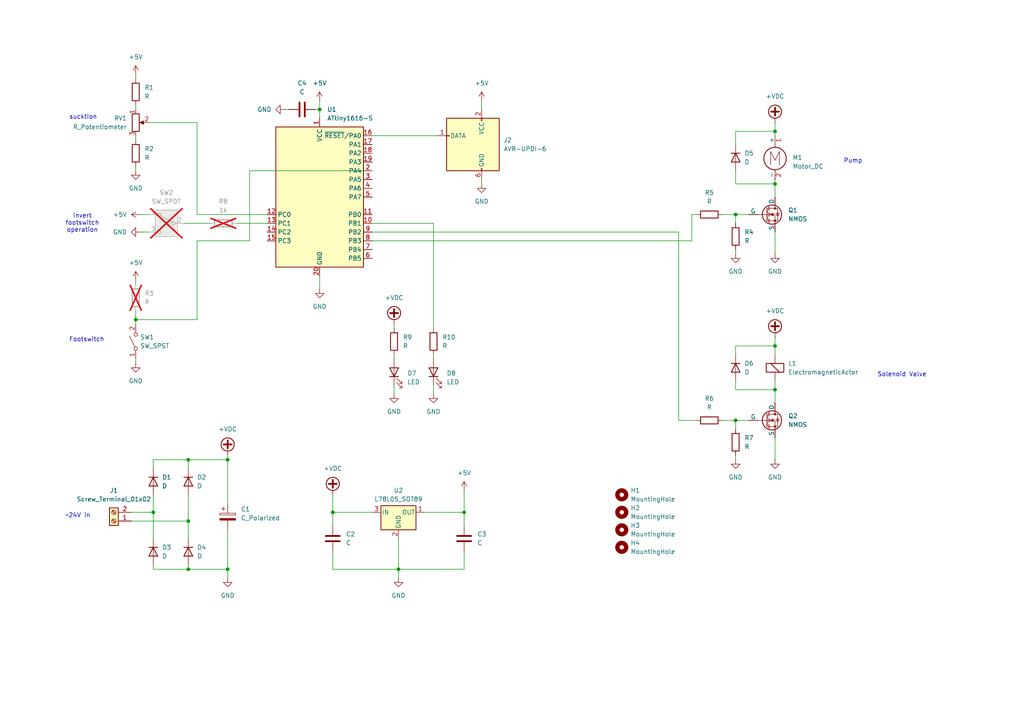
<source format=kicad_sch>
(kicad_sch (version 20250114) (generator "eeschema") (generator_version "9.0")
  (paper "A4")
  (lib_symbols
    (symbol "Connector:AVR-UPDI-6" (pin_names (offset 1.016))
      (property "Reference" "J" (at -6.35 8.89 0))
      (property "Value" "AVR-UPDI-6" (at 0 8.89 0))
      (symbol "AVR-UPDI-6_0_1"
        (rectangle (start -2.667 7.62) (end -2.413 6.858))
        (rectangle (start -2.667 -6.858) (end -2.413 -7.62))
        (rectangle (start 7.62 7.62) (end -7.62 -7.62) (stroke (width 0.254)) (fill (type background)))
        (rectangle (start 7.62 2.667) (end 6.858 2.413))
      )
      (symbol "AVR-UPDI-6_1_1"
        (pin passive line (at -2.54 10.16 270) (length 2.54) (name "VCC") (number "2"))
        (pin passive line (at -2.54 -10.16 90) (length 2.54) (name "GND") (number "6"))
        (pin no_connect line (at 7.62 0 180) (length 2.54) (hide yes) (name "NC") (number "3"))
        (pin no_connect line (at 7.62 -2.54 180) (length 2.54) (hide yes) (name "NC") (number "4"))
        (pin no_connect line (at 7.62 -5.08 180) (length 2.54) (hide yes) (name "NC") (number "5"))
        (pin passive line (at 10.16 2.54 180) (length 2.54) (name "DATA") (number "1"))
      )
    )
    (symbol "Connector:Screw_Terminal_01x02" (pin_names (offset 1.016) (hide yes))
      (property "Reference" "J" (at 0 2.54 0))
      (property "Value" "Screw_Terminal_01x02" (at 0 -5.08 0))
      (symbol "Screw_Terminal_01x02_1_1"
        (rectangle (start -1.27 1.27) (end 1.27 -3.81) (stroke (width 0.254)) (fill (type background)))
        (polyline (pts (xy -0.5334 0.3302) (xy 0.3302 -0.508)) (stroke (width 0.1524)))
        (polyline (pts (xy -0.5334 -2.2098) (xy 0.3302 -3.048)) (stroke (width 0.1524)))
        (polyline (pts (xy -0.3556 0.508) (xy 0.508 -0.3302)) (stroke (width 0.1524)))
        (polyline (pts (xy -0.3556 -2.032) (xy 0.508 -2.8702)) (stroke (width 0.1524)))
        (circle (center 0 0) (radius 0.635) (stroke (width 0.1524)))
        (circle (center 0 -2.54) (radius 0.635) (stroke (width 0.1524)))
        (pin passive line (at -5.08 0 0) (length 3.81) (name "Pin_1") (number "1"))
        (pin passive line (at -5.08 -2.54 0) (length 3.81) (name "Pin_2") (number "2"))
      )
    )
    (symbol "Device:C" (pin_numbers (hide yes)) (pin_names (offset 0.254))
      (property "Reference" "C" (at 0.635 2.54 0))
      (property "Value" "C" (at 0.635 -2.54 0))
      (symbol "C_0_1"
        (polyline (pts (xy -2.032 0.762) (xy 2.032 0.762)) (stroke (width 0.508)))
        (polyline (pts (xy -2.032 -0.762) (xy 2.032 -0.762)) (stroke (width 0.508)))
      )
      (symbol "C_1_1"
        (pin passive line (at 0 3.81 270) (length 2.794) (name "~") (number "1"))
        (pin passive line (at 0 -3.81 90) (length 2.794) (name "~") (number "2"))
      )
    )
    (symbol "Device:C_Polarized" (pin_numbers (hide yes)) (pin_names (offset 0.254))
      (property "Reference" "C" (at 0.635 2.54 0))
      (property "Value" "C_Polarized" (at 0.635 -2.54 0))
      (symbol "C_Polarized_0_1"
        (rectangle (start -2.286 0.508) (end 2.286 1.016))
        (polyline (pts (xy -1.778 2.286) (xy -0.762 2.286)))
        (polyline (pts (xy -1.27 2.794) (xy -1.27 1.778)))
        (rectangle (start 2.286 -0.508) (end -2.286 -1.016) (fill (type outline)))
      )
      (symbol "C_Polarized_1_1"
        (pin passive line (at 0 3.81 270) (length 2.794) (name "~") (number "1"))
        (pin passive line (at 0 -3.81 90) (length 2.794) (name "~") (number "2"))
      )
    )
    (symbol "Device:D" (pin_numbers (hide yes)) (pin_names (offset 1.016) (hide yes))
      (property "Reference" "D" (at 0 2.54 0))
      (property "Value" "D" (at 0 -2.54 0))
      (symbol "D_0_1"
        (polyline (pts (xy -1.27 1.27) (xy -1.27 -1.27)) (stroke (width 0.254)))
        (polyline (pts (xy 1.27 1.27) (xy 1.27 -1.27) (xy -1.27 0) (xy 1.27 1.27)) (stroke (width 0.254)))
        (polyline (pts (xy 1.27 0) (xy -1.27 0)))
      )
      (symbol "D_1_1"
        (pin passive line (at -3.81 0 0) (length 2.54) (name "K") (number "1"))
        (pin passive line (at 3.81 0 180) (length 2.54) (name "A") (number "2"))
      )
    )
    (symbol "Device:ElectromagneticActor" (pin_numbers (hide yes)) (pin_names (offset 0.0254) (hide yes))
      (property "Reference" "L" (at 1.27 3.81 0))
      (property "Value" "ElectromagneticActor" (at 1.27 -1.27 0))
      (symbol "ElectromagneticActor_0_1"
        (rectangle (start -2.54 2.54) (end 2.54 0) (stroke (width 0.254)))
        (polyline (pts (xy -1.27 2.54) (xy 1.27 0)) (stroke (width 0.254)))
      )
      (symbol "ElectromagneticActor_1_1"
        (pin passive line (at 0 5.08 270) (length 2.54) (name "-") (number "1"))
        (pin passive line (at 0 -2.54 90) (length 2.54) (name "+") (number "2"))
      )
    )
    (symbol "Device:LED" (pin_numbers (hide yes)) (pin_names (offset 1.016) (hide yes))
      (property "Reference" "D" (at 0 2.54 0))
      (property "Value" "LED" (at 0 -2.54 0))
      (symbol "LED_0_1"
        (polyline (pts (xy -3.048 -0.762) (xy -4.572 -2.286) (xy -3.81 -2.286) (xy -4.572 -2.286) (xy -4.572 -1.524)))
        (polyline (pts (xy -1.778 -0.762) (xy -3.302 -2.286) (xy -2.54 -2.286) (xy -3.302 -2.286) (xy -3.302 -1.524)))
        (polyline (pts (xy -1.27 0) (xy 1.27 0)))
        (polyline (pts (xy -1.27 -1.27) (xy -1.27 1.27)) (stroke (width 0.254)))
        (polyline (pts (xy 1.27 -1.27) (xy 1.27 1.27) (xy -1.27 0) (xy 1.27 -1.27)) (stroke (width 0.254)))
      )
      (symbol "LED_1_1"
        (pin passive line (at -3.81 0 0) (length 2.54) (name "K") (number "1"))
        (pin passive line (at 3.81 0 180) (length 2.54) (name "A") (number "2"))
      )
    )
    (symbol "Device:R" (pin_numbers (hide yes)) (pin_names (offset 0))
      (property "Reference" "R" (at 2.032 0 90))
      (property "Value" "R" (at 0 0 90))
      (symbol "R_0_1"
        (rectangle (start -1.016 -2.54) (end 1.016 2.54) (stroke (width 0.254)))
      )
      (symbol "R_1_1"
        (pin passive line (at 0 3.81 270) (length 1.27) (name "~") (number "1"))
        (pin passive line (at 0 -3.81 90) (length 1.27) (name "~") (number "2"))
      )
    )
    (symbol "Device:R_Potentiometer" (pin_names (offset 1.016) (hide yes))
      (property "Reference" "RV" (at -4.445 0 90))
      (property "Value" "R_Potentiometer" (at -2.54 0 90))
      (symbol "R_Potentiometer_0_1"
        (rectangle (start 1.016 2.54) (end -1.016 -2.54) (stroke (width 0.254)))
        (polyline (pts (xy 1.143 0) (xy 2.286 0.508) (xy 2.286 -0.508) (xy 1.143 0)) (fill (type outline)))
        (polyline (pts (xy 2.54 0) (xy 1.524 0)))
      )
      (symbol "R_Potentiometer_1_1"
        (pin passive line (at 0 3.81 270) (length 1.27) (name "1") (number "1"))
        (pin passive line (at 0 -3.81 90) (length 1.27) (name "3") (number "3"))
        (pin passive line (at 3.81 0 180) (length 1.27) (name "2") (number "2"))
      )
    )
    (symbol "MCU_Microchip_ATtiny:ATtiny1616-S"
      (property "Reference" "U" (at -12.7 21.59 0))
      (property "Value" "ATtiny1616-S" (at 2.54 -21.59 0))
      (symbol "ATtiny1616-S_0_1"
        (rectangle (start -12.7 -20.32) (end 12.7 20.32) (stroke (width 0.254)) (fill (type background)))
      )
      (symbol "ATtiny1616-S_1_1"
        (pin bidirectional line (at -15.24 -5.08 0) (length 2.54) (name "PC0") (number "12"))
        (pin bidirectional line (at -15.24 -7.62 0) (length 2.54) (name "PC1") (number "13"))
        (pin bidirectional line (at -15.24 -10.16 0) (length 2.54) (name "PC2") (number "14"))
        (pin bidirectional line (at -15.24 -12.7 0) (length 2.54) (name "PC3") (number "15"))
        (pin power_in line (at 0 22.86 270) (length 2.54) (name "VCC") (number "1"))
        (pin power_in line (at 0 -22.86 90) (length 2.54) (name "GND") (number "20"))
        (pin bidirectional line (at 15.24 17.78 180) (length 2.54) (name "~{RESET}/PA0") (number "16"))
        (pin bidirectional line (at 15.24 15.24 180) (length 2.54) (name "PA1") (number "17"))
        (pin bidirectional line (at 15.24 12.7 180) (length 2.54) (name "PA2") (number "18"))
        (pin bidirectional line (at 15.24 10.16 180) (length 2.54) (name "PA3") (number "19"))
        (pin bidirectional line (at 15.24 7.62 180) (length 2.54) (name "PA4") (number "2"))
        (pin bidirectional line (at 15.24 5.08 180) (length 2.54) (name "PA5") (number "3"))
        (pin bidirectional line (at 15.24 2.54 180) (length 2.54) (name "PA6") (number "4"))
        (pin bidirectional line (at 15.24 0 180) (length 2.54) (name "PA7") (number "5"))
        (pin bidirectional line (at 15.24 -5.08 180) (length 2.54) (name "PB0") (number "11"))
        (pin bidirectional line (at 15.24 -7.62 180) (length 2.54) (name "PB1") (number "10"))
        (pin bidirectional line (at 15.24 -10.16 180) (length 2.54) (name "PB2") (number "9"))
        (pin bidirectional line (at 15.24 -12.7 180) (length 2.54) (name "PB3") (number "8"))
        (pin bidirectional line (at 15.24 -15.24 180) (length 2.54) (name "PB4") (number "7"))
        (pin bidirectional line (at 15.24 -17.78 180) (length 2.54) (name "PB5") (number "6"))
      )
    )
    (symbol "Mechanical:MountingHole" (pin_names (offset 1.016)) (in_bom no)
      (property "Reference" "H" (at 0 5.08 0))
      (property "Value" "MountingHole" (at 0 3.175 0))
      (symbol "MountingHole_0_1"
        (circle (center 0 0) (radius 1.27) (stroke (width 1.27)))
      )
    )
    (symbol "Motor:Motor_DC" (pin_names (offset 0))
      (property "Reference" "M" (at 2.54 2.54 0))
      (property "Value" "Motor_DC" (at 2.54 -5.08 0))
      (symbol "Motor_DC_0_0"
        (polyline (pts (xy -1.27 -3.302) (xy -1.27 0.508) (xy 0 -2.032) (xy 1.27 0.508) (xy 1.27 -3.302)))
      )
      (symbol "Motor_DC_0_1"
        (polyline (pts (xy 0 2.032) (xy 0 2.54)))
        (polyline (pts (xy 0 1.7272) (xy 0 2.0828)))
        (circle (center 0 -1.524) (radius 3.2512) (stroke (width 0.254)))
        (polyline (pts (xy 0 -4.7752) (xy 0 -5.1816)))
        (polyline (pts (xy 0 -7.62) (xy 0 -7.112)))
      )
      (symbol "Motor_DC_1_1"
        (pin passive line (at 0 5.08 270) (length 2.54) (name "+") (number "1"))
        (pin passive line (at 0 -7.62 90) (length 2.54) (name "-") (number "2"))
      )
    )
    (symbol "NMOS_1" (pin_numbers (hide yes)) (pin_names (offset 0))
      (property "Reference" "Q1" (at 6.35 1.2701 0))
      (property "Value" "NMOS" (at 6.35 -1.2699 0))
      (symbol "NMOS_1_0_1"
        (polyline (pts (xy 0.254 1.905) (xy 0.254 -1.905)) (stroke (width 0.254)))
        (polyline (pts (xy 0.254 0) (xy -2.54 0)))
        (polyline (pts (xy 0.762 2.286) (xy 0.762 1.27)) (stroke (width 0.254)))
        (polyline (pts (xy 0.762 0.508) (xy 0.762 -0.508)) (stroke (width 0.254)))
        (polyline (pts (xy 0.762 -1.27) (xy 0.762 -2.286)) (stroke (width 0.254)))
        (polyline (pts (xy 0.762 -1.778) (xy 3.302 -1.778) (xy 3.302 1.778) (xy 0.762 1.778)))
        (polyline (pts (xy 1.016 0) (xy 2.032 0.381) (xy 2.032 -0.381) (xy 1.016 0)) (fill (type outline)))
        (circle (center 1.651 0) (radius 2.794) (stroke (width 0.254)))
        (polyline (pts (xy 2.54 2.54) (xy 2.54 1.778)))
        (circle (center 2.54 1.778) (radius 0.254) (fill (type outline)))
        (circle (center 2.54 -1.778) (radius 0.254) (fill (type outline)))
        (polyline (pts (xy 2.54 -2.54) (xy 2.54 0) (xy 0.762 0)))
        (polyline (pts (xy 2.794 0.508) (xy 2.921 0.381) (xy 3.683 0.381) (xy 3.81 0.254)))
        (polyline (pts (xy 3.302 0.381) (xy 2.921 -0.254) (xy 3.683 -0.254) (xy 3.302 0.381)))
      )
      (symbol "NMOS_1_1_1"
        (pin input line (at -5.08 0 0) (length 2.54) (name "G") (number "1"))
        (pin passive line (at 2.54 5.08 270) (length 2.54) (name "D") (number "2"))
        (pin passive line (at 2.54 -5.08 90) (length 2.54) (name "S") (number "3"))
      )
    )
    (symbol "Regulator_Linear:L78L05_SOT89" (pin_names (offset 0.254))
      (property "Reference" "U" (at -3.81 3.175 0))
      (property "Value" "L78L05_SOT89" (at -0.635 3.175 0))
      (symbol "L78L05_SOT89_0_1"
        (rectangle (start -5.08 1.905) (end 5.08 -5.08) (stroke (width 0.254)) (fill (type background)))
      )
      (symbol "L78L05_SOT89_1_1"
        (pin power_in line (at -7.62 0 0) (length 2.54) (name "IN") (number "3"))
        (pin power_in line (at 0 -7.62 90) (length 2.54) (name "GND") (number "2"))
        (pin power_out line (at 7.62 0 180) (length 2.54) (name "OUT") (number "1"))
      )
    )
    (symbol "Simulation_SPICE:NMOS" (pin_numbers (hide yes)) (pin_names (offset 0))
      (property "Reference" "Q2" (at 6.35 1.2701 0))
      (property "Value" "NMOS" (at 6.35 -1.2699 0))
      (symbol "NMOS_0_1"
        (polyline (pts (xy 0.254 1.905) (xy 0.254 -1.905)) (stroke (width 0.254)))
        (polyline (pts (xy 0.254 0) (xy -2.54 0)))
        (polyline (pts (xy 0.762 2.286) (xy 0.762 1.27)) (stroke (width 0.254)))
        (polyline (pts (xy 0.762 0.508) (xy 0.762 -0.508)) (stroke (width 0.254)))
        (polyline (pts (xy 0.762 -1.27) (xy 0.762 -2.286)) (stroke (width 0.254)))
        (polyline (pts (xy 0.762 -1.778) (xy 3.302 -1.778) (xy 3.302 1.778) (xy 0.762 1.778)))
        (polyline (pts (xy 1.016 0) (xy 2.032 0.381) (xy 2.032 -0.381) (xy 1.016 0)) (fill (type outline)))
        (circle (center 1.651 0) (radius 2.794) (stroke (width 0.254)))
        (polyline (pts (xy 2.54 2.54) (xy 2.54 1.778)))
        (circle (center 2.54 1.778) (radius 0.254) (fill (type outline)))
        (circle (center 2.54 -1.778) (radius 0.254) (fill (type outline)))
        (polyline (pts (xy 2.54 -2.54) (xy 2.54 0) (xy 0.762 0)))
        (polyline (pts (xy 2.794 0.508) (xy 2.921 0.381) (xy 3.683 0.381) (xy 3.81 0.254)))
        (polyline (pts (xy 3.302 0.381) (xy 2.921 -0.254) (xy 3.683 -0.254) (xy 3.302 0.381)))
      )
      (symbol "NMOS_1_1"
        (pin input line (at -5.08 0 0) (length 2.54) (name "G") (number "1"))
        (pin passive line (at 2.54 5.08 270) (length 2.54) (name "D") (number "2"))
        (pin passive line (at 2.54 -5.08 90) (length 2.54) (name "S") (number "3"))
      )
    )
    (symbol "Switch:SW_SPDT" (pin_names (offset 0) (hide yes))
      (property "Reference" "SW" (at 0 5.08 0))
      (property "Value" "SW_SPDT" (at 0 -5.08 0))
      (symbol "SW_SPDT_0_1"
        (circle (center -2.032 0) (radius 0.4572))
        (polyline (pts (xy -1.651 0.254) (xy 1.651 2.286)))
        (circle (center 2.032 2.54) (radius 0.4572))
        (circle (center 2.032 -2.54) (radius 0.4572))
      )
      (symbol "SW_SPDT_1_1"
        (rectangle (start -3.175 3.81) (end 3.175 -3.81) (fill (type background)))
        (pin passive line (at -5.08 0 0) (length 2.54) (name "B") (number "2"))
        (pin passive line (at 5.08 2.54 180) (length 2.54) (name "A") (number "1"))
        (pin passive line (at 5.08 -2.54 180) (length 2.54) (name "C") (number "3"))
      )
    )
    (symbol "Switch:SW_SPST" (pin_names (offset 0) (hide yes))
      (property "Reference" "SW" (at 0 3.175 0))
      (property "Value" "SW_SPST" (at 0 -2.54 0))
      (symbol "SW_SPST_0_0"
        (circle (center -2.032 0) (radius 0.508))
        (polyline (pts (xy -1.524 0.254) (xy 1.524 1.778)))
        (circle (center 2.032 0) (radius 0.508))
      )
      (symbol "SW_SPST_1_1"
        (pin passive line (at -5.08 0 0) (length 2.54) (name "A") (number "1"))
        (pin passive line (at 5.08 0 180) (length 2.54) (name "B") (number "2"))
      )
    )
    (symbol "power:+5V" (power) (pin_numbers (hide yes)) (pin_names (offset 0) (hide yes))
      (property "Value" "+5V" (at 0 3.556 0))
      (symbol "+5V_0_1"
        (polyline (pts (xy -0.762 1.27) (xy 0 2.54)))
        (polyline (pts (xy 0 2.54) (xy 0.762 1.27)))
        (polyline (pts (xy 0 0) (xy 0 2.54)))
      )
      (symbol "+5V_1_1"
        (pin power_in line (at 0 0 90) (length 0) (name "~") (number "1"))
      )
    )
    (symbol "power:+VDC" (power) (pin_numbers (hide yes)) (pin_names (offset 0) (hide yes))
      (property "Value" "+VDC" (at 0 6.35 0))
      (symbol "+VDC_0_1"
        (polyline (pts (xy -1.143 3.175) (xy 1.143 3.175)) (stroke (width 0.508)))
        (circle (center 0 3.175) (radius 1.905) (stroke (width 0.254)))
        (polyline (pts (xy 0 2.032) (xy 0 4.318)) (stroke (width 0.508)))
        (polyline (pts (xy 0 0) (xy 0 1.27)))
      )
      (symbol "+VDC_1_1"
        (pin power_in line (at 0 0 90) (length 0) (name "~") (number "1"))
      )
    )
    (symbol "power:GND" (power) (pin_numbers (hide yes)) (pin_names (offset 0) (hide yes))
      (property "Value" "GND" (at 0 -3.81 0))
      (symbol "GND_0_1"
        (polyline (pts (xy 0 0) (xy 0 -1.27) (xy 1.27 -1.27) (xy 0 -2.54) (xy -1.27 -1.27) (xy 0 -1.27)))
      )
      (symbol "GND_1_1"
        (pin power_in line (at 0 0 270) (length 0) (name "~") (number "1"))
      )
    )
  )
  (text "Pump" (at 247.396 46.736 0) (effects (font (size 1.27 1.27))))
  (text "sucktion" (at 24.13 34.036 0) (effects (font (size 1.27 1.27))))
  (text "Footswitch" (at 25.146 98.552 0) (effects (font (size 1.27 1.27))))
  (text "~24V in" (at 22.606 149.606 0) (effects (font (size 1.27 1.27))))
  (text "invert\nfootswitch\noperation" (at 23.876 64.77 0) (effects (font (size 1.27 1.27))))
  (text "Solenoid Valve" (at 261.62 108.712 0) (effects (font (size 1.27 1.27))))
  (junction (at 66.04 133.35))
  (junction (at 39.37 92.71))
  (junction (at 96.52 148.59))
  (junction (at 224.79 100.33))
  (junction (at 213.36 121.92))
  (junction (at 224.79 113.03))
  (junction (at 224.79 38.1))
  (junction (at 92.71 31.75))
  (junction (at 54.61 151.13))
  (junction (at 134.62 148.59))
  (junction (at 213.36 62.23))
  (junction (at 224.79 53.34))
  (junction (at 66.04 165.1))
  (junction (at 54.61 133.35))
  (junction (at 115.57 165.1))
  (junction (at 44.45 148.59))
  (junction (at 54.61 165.1))
  (wire (pts (xy 54.61 151.13) (xy 54.61 156.21)))
  (wire (pts (xy 44.45 148.59) (xy 44.45 156.21)))
  (wire (pts (xy 213.36 113.03) (xy 224.79 113.03)))
  (wire (pts (xy 66.04 165.1) (xy 54.61 165.1)))
  (wire (pts (xy 115.57 165.1) (xy 115.57 167.64)))
  (wire (pts (xy 213.36 121.92) (xy 217.17 121.92)))
  (wire (pts (xy 224.79 100.33) (xy 224.79 102.87)))
  (wire (pts (xy 134.62 142.24) (xy 134.62 148.59)))
  (wire (pts (xy 125.73 64.77) (xy 125.73 95.25)))
  (wire (pts (xy 114.3 102.87) (xy 114.3 104.14)))
  (wire (pts (xy 213.36 132.08) (xy 213.36 133.35)))
  (wire (pts (xy 57.15 92.71) (xy 57.15 69.85)))
  (wire (pts (xy 82.55 31.75) (xy 83.82 31.75)))
  (wire (pts (xy 224.79 113.03) (xy 224.79 116.84)))
  (wire (pts (xy 96.52 148.59) (xy 107.95 148.59)))
  (wire (pts (xy 43.18 35.56) (xy 57.15 35.56)))
  (wire (pts (xy 91.44 31.75) (xy 92.71 31.75)))
  (wire (pts (xy 54.61 133.35) (xy 66.04 133.35)))
  (wire (pts (xy 39.37 30.48) (xy 39.37 31.75)))
  (wire (pts (xy 44.45 163.83) (xy 44.45 165.1)))
  (wire (pts (xy 213.36 100.33) (xy 224.79 100.33)))
  (wire (pts (xy 54.61 135.89) (xy 54.61 133.35)))
  (wire (pts (xy 39.37 48.26) (xy 39.37 49.53)))
  (wire (pts (xy 224.79 52.07) (xy 224.79 53.34)))
  (wire (pts (xy 66.04 133.35) (xy 66.04 146.05)))
  (wire (pts (xy 213.36 49.53) (xy 213.36 53.34)))
  (wire (pts (xy 224.79 53.34) (xy 224.79 57.15)))
  (wire (pts (xy 39.37 39.37) (xy 39.37 40.64)))
  (wire (pts (xy 213.36 62.23) (xy 217.17 62.23)))
  (wire (pts (xy 224.79 110.49) (xy 224.79 113.03)))
  (wire (pts (xy 39.37 93.98) (xy 39.37 92.71)))
  (wire (pts (xy 213.36 121.92) (xy 213.36 124.46)))
  (wire (pts (xy 39.37 21.59) (xy 39.37 22.86)))
  (wire (pts (xy 54.61 151.13) (xy 54.61 143.51)))
  (wire (pts (xy 44.45 133.35) (xy 54.61 133.35)))
  (wire (pts (xy 139.7 52.07) (xy 139.7 53.34)))
  (wire (pts (xy 96.52 143.51) (xy 96.52 148.59)))
  (wire (pts (xy 107.95 39.37) (xy 127 39.37)))
  (wire (pts (xy 39.37 92.71) (xy 57.15 92.71)))
  (wire (pts (xy 44.45 135.89) (xy 44.45 133.35)))
  (wire (pts (xy 57.15 69.85) (xy 72.39 69.85)))
  (wire (pts (xy 107.95 69.85) (xy 200.66 69.85)))
  (wire (pts (xy 134.62 165.1) (xy 134.62 160.02)))
  (wire (pts (xy 139.7 29.21) (xy 139.7 31.75)))
  (wire (pts (xy 213.36 102.87) (xy 213.36 100.33)))
  (wire (pts (xy 125.73 102.87) (xy 125.73 104.14)))
  (wire (pts (xy 224.79 127) (xy 224.79 133.35)))
  (wire (pts (xy 96.52 165.1) (xy 115.57 165.1)))
  (wire (pts (xy 209.55 62.23) (xy 213.36 62.23)))
  (wire (pts (xy 68.58 64.77) (xy 77.47 64.77)))
  (wire (pts (xy 40.64 62.23) (xy 43.18 62.23)))
  (wire (pts (xy 224.79 67.31) (xy 224.79 73.66)))
  (wire (pts (xy 54.61 165.1) (xy 54.61 163.83)))
  (wire (pts (xy 107.95 64.77) (xy 125.73 64.77)))
  (wire (pts (xy 44.45 165.1) (xy 54.61 165.1)))
  (wire (pts (xy 224.79 38.1) (xy 224.79 39.37)))
  (wire (pts (xy 96.52 148.59) (xy 96.52 152.4)))
  (wire (pts (xy 196.85 67.31) (xy 196.85 121.92)))
  (wire (pts (xy 72.39 69.85) (xy 72.39 49.53)))
  (wire (pts (xy 213.36 110.49) (xy 213.36 113.03)))
  (wire (pts (xy 125.73 111.76) (xy 125.73 114.3)))
  (wire (pts (xy 200.66 69.85) (xy 200.66 62.23)))
  (wire (pts (xy 38.1 148.59) (xy 44.45 148.59)))
  (wire (pts (xy 213.36 72.39) (xy 213.36 73.66)))
  (wire (pts (xy 224.79 35.56) (xy 224.79 38.1)))
  (wire (pts (xy 107.95 67.31) (xy 196.85 67.31)))
  (wire (pts (xy 115.57 156.21) (xy 115.57 165.1)))
  (wire (pts (xy 213.36 53.34) (xy 224.79 53.34)))
  (wire (pts (xy 92.71 31.75) (xy 92.71 34.29)))
  (wire (pts (xy 123.19 148.59) (xy 134.62 148.59)))
  (wire (pts (xy 134.62 148.59) (xy 134.62 152.4)))
  (wire (pts (xy 92.71 80.01) (xy 92.71 83.82)))
  (wire (pts (xy 209.55 121.92) (xy 213.36 121.92)))
  (wire (pts (xy 39.37 81.28) (xy 39.37 82.55)))
  (wire (pts (xy 38.1 151.13) (xy 54.61 151.13)))
  (wire (pts (xy 196.85 121.92) (xy 201.93 121.92)))
  (wire (pts (xy 92.71 29.21) (xy 92.71 31.75)))
  (wire (pts (xy 224.79 97.79) (xy 224.79 100.33)))
  (wire (pts (xy 53.34 64.77) (xy 60.96 64.77)))
  (wire (pts (xy 57.15 35.56) (xy 57.15 62.23)))
  (wire (pts (xy 44.45 148.59) (xy 44.45 143.51)))
  (wire (pts (xy 39.37 104.14) (xy 39.37 105.41)))
  (wire (pts (xy 200.66 62.23) (xy 201.93 62.23)))
  (wire (pts (xy 213.36 41.91) (xy 213.36 38.1)))
  (wire (pts (xy 114.3 111.76) (xy 114.3 114.3)))
  (wire (pts (xy 66.04 132.08) (xy 66.04 133.35)))
  (wire (pts (xy 57.15 62.23) (xy 77.47 62.23)))
  (wire (pts (xy 115.57 165.1) (xy 134.62 165.1)))
  (wire (pts (xy 72.39 49.53) (xy 107.95 49.53)))
  (wire (pts (xy 213.36 38.1) (xy 224.79 38.1)))
  (wire (pts (xy 213.36 62.23) (xy 213.36 64.77)))
  (wire (pts (xy 40.64 67.31) (xy 43.18 67.31)))
  (wire (pts (xy 96.52 160.02) (xy 96.52 165.1)))
  (wire (pts (xy 39.37 90.17) (xy 39.37 92.71)))
  (wire (pts (xy 66.04 165.1) (xy 66.04 153.67)))
  (wire (pts (xy 66.04 165.1) (xy 66.04 167.64)))
  (wire (pts (xy 114.3 93.98) (xy 114.3 95.25)))
  (symbol (lib_id "power:GND") (at 213.36 73.66 0) (unit 1)
    (property "Reference" "#PWR017" (effects (hide yes)))
    (property "Value" "GND" (at 213.36 78.74 0))
    (property "Description" "Power symbol creates a global label with name \"GND\" , ground" (effects (hide yes)))
  )
  (symbol (lib_id "power:+VDC") (at 114.3 93.98 0) (unit 1)
    (property "Reference" "#PWR023" (effects (hide yes)))
    (property "Value" "+VDC" (at 114.3 86.36 0))
    (property "Description" "Power symbol creates a global label with name \"+VDC\"" (effects (hide yes)))
  )
  (symbol (lib_id "Mechanical:MountingHole") (at 180.34 143.51 0) (unit 1) (in_bom no)
    (property "Reference" "H1" (at 182.88 142.2399 0) (effects (justify left)))
    (property "Value" "MountingHole" (at 182.88 144.7799 0) (effects (justify left)))
    (property "Footprint" "MountingHole:MountingHole_4.3mm_M4" (effects (hide yes)))
    (property "Description" "Mounting Hole without connection" (effects (hide yes)))
  )
  (symbol (lib_id "power:+VDC") (at 96.52 143.51 0) (unit 1)
    (property "Reference" "#PWR05" (effects (hide yes)))
    (property "Value" "+VDC" (at 96.52 135.89 0))
    (property "Description" "Power symbol creates a global label with name \"+VDC\"" (effects (hide yes)))
  )
  (symbol (lib_id "power:+5V") (at 40.64 62.23 90) (unit 1)
    (property "Reference" "#PWR021" (effects (hide yes)))
    (property "Value" "+5V" (at 36.83 62.2299 90) (effects (justify left)))
    (property "Description" "Power symbol creates a global label with name \"+5V\"" (effects (hide yes)))
  )
  (symbol (lib_id "power:GND") (at 114.3 114.3 0) (unit 1)
    (property "Reference" "#PWR024" (effects (hide yes)))
    (property "Value" "GND" (at 114.3 119.38 0))
    (property "Description" "Power symbol creates a global label with name \"GND\" , ground" (effects (hide yes)))
  )
  (symbol (lib_id "power:+5V") (at 39.37 81.28 0) (unit 1)
    (property "Reference" "#PWR016" (effects (hide yes)))
    (property "Value" "+5V" (at 39.37 76.2 0))
    (property "Description" "Power symbol creates a global label with name \"+5V\"" (effects (hide yes)))
  )
  (symbol (lib_id "Device:LED") (at 125.73 107.95 90) (unit 1)
    (property "Reference" "D8" (at 129.54 108.2674 90) (effects (justify right)))
    (property "Value" "LED" (at 129.54 110.8074 90) (effects (justify right)))
    (property "Footprint" "Connector_PinHeader_2.54mm:PinHeader_1x02_P2.54mm_Vertical_SMD_Pin1Left" (effects (hide yes)))
    (property "Description" "Light emitting diode" (effects (hide yes)))
    (property "Sim.Pins" "1=K 2=A" (effects (hide yes)))
  )
  (symbol (lib_id "Device:R") (at 213.36 128.27 0) (unit 1)
    (property "Reference" "R7" (at 215.9 126.9999 0) (effects (justify left)))
    (property "Value" "R" (at 215.9 129.5399 0) (effects (justify left)))
    (property "Footprint" "Resistor_SMD:R_0805_2012Metric" (effects (hide yes)))
    (property "Description" "Resistor" (effects (hide yes)))
  )
  (symbol (lib_id "power:+VDC") (at 224.79 35.56 0) (unit 1)
    (property "Reference" "#PWR018" (effects (hide yes)))
    (property "Value" "+VDC" (at 224.79 27.94 0))
    (property "Description" "Power symbol creates a global label with name \"+VDC\"" (effects (hide yes)))
  )
  (symbol (lib_id "Connector:Screw_Terminal_01x02") (at 33.02 151.13 180) (unit 1)
    (property "Reference" "J1" (at 33.02 142.24 0))
    (property "Value" "Screw_Terminal_01x02" (at 33.02 144.78 0))
    (property "Footprint" "Connector_Phoenix_MSTB:PhoenixContact_MSTBA_2,5_2-G-5,08_1x02_P5.08mm_Horizontal" (effects (hide yes)))
    (property "Description" "Generic screw terminal, single row, 01x02, script generated (kicad-library-utils/schlib/autogen/connector/)" (effects (hide yes)))
  )
  (symbol (lib_id "Device:C") (at 87.63 31.75 90) (unit 1)
    (property "Reference" "C4" (at 87.63 24.13 90))
    (property "Value" "C" (at 87.63 26.67 90))
    (property "Footprint" "Capacitor_SMD:C_0805_2012Metric" (effects (hide yes)))
    (property "Description" "Unpolarized capacitor" (effects (hide yes)))
  )
  (symbol (lib_id "Device:R") (at 39.37 26.67 0) (unit 1)
    (property "Reference" "R1" (at 41.91 25.3999 0) (effects (justify left)))
    (property "Value" "R" (at 41.91 27.9399 0) (effects (justify left)))
    (property "Footprint" "Resistor_SMD:R_0805_2012Metric" (effects (hide yes)))
    (property "Description" "Resistor" (effects (hide yes)))
  )
  (symbol (lib_id "power:GND") (at 213.36 133.35 0) (unit 1)
    (property "Reference" "#PWR020" (effects (hide yes)))
    (property "Value" "GND" (at 213.36 138.43 0))
    (property "Description" "Power symbol creates a global label with name \"GND\" , ground" (effects (hide yes)))
  )
  (symbol (lib_id "power:GND") (at 224.79 73.66 0) (unit 1)
    (property "Reference" "#PWR011" (effects (hide yes)))
    (property "Value" "GND" (at 224.79 78.74 0))
    (property "Description" "Power symbol creates a global label with name \"GND\" , ground" (effects (hide yes)))
  )
  (symbol (lib_id "power:GND") (at 125.73 114.3 0) (unit 1)
    (property "Reference" "#PWR025" (effects (hide yes)))
    (property "Value" "GND" (at 125.73 119.38 0))
    (property "Description" "Power symbol creates a global label with name \"GND\" , ground" (effects (hide yes)))
  )
  (symbol (lib_id "power:+5V") (at 139.7 29.21 0) (unit 1)
    (property "Reference" "#PWR09" (effects (hide yes)))
    (property "Value" "+5V" (at 139.7 24.13 0))
    (property "Description" "Power symbol creates a global label with name \"+5V\"" (effects (hide yes)))
  )
  (symbol (lib_id "Device:R_Potentiometer") (at 39.37 35.56 0) (unit 1)
    (property "Reference" "RV1" (at 36.83 34.2899 0) (effects (justify right)))
    (property "Value" "R_Potentiometer" (at 36.83 36.8299 0) (effects (justify right)))
    (property "Footprint" "Connector_PinHeader_2.54mm:PinHeader_1x03_P2.54mm_Vertical_SMD_Pin1Left" (effects (hide yes)))
    (property "Description" "Potentiometer" (effects (hide yes)))
  )
  (symbol (lib_id "power:+5V") (at 39.37 21.59 0) (unit 1)
    (property "Reference" "#PWR014" (effects (hide yes)))
    (property "Value" "+5V" (at 39.37 16.51 0))
    (property "Description" "Power symbol creates a global label with name \"+5V\"" (effects (hide yes)))
  )
  (symbol (lib_id "Mechanical:MountingHole") (at 180.34 148.59 0) (unit 1) (in_bom no)
    (property "Reference" "H2" (at 182.88 147.3199 0) (effects (justify left)))
    (property "Value" "MountingHole" (at 182.88 149.8599 0) (effects (justify left)))
    (property "Footprint" "MountingHole:MountingHole_4.3mm_M4" (effects (hide yes)))
    (property "Description" "Mounting Hole without connection" (effects (hide yes)))
  )
  (symbol (lib_id "power:+VDC") (at 66.04 132.08 0) (unit 1)
    (property "Reference" "#PWR02" (effects (hide yes)))
    (property "Value" "+VDC" (at 66.04 124.46 0))
    (property "Description" "Power symbol creates a global label with name \"+VDC\"" (effects (hide yes)))
  )
  (symbol (lib_id "power:GND") (at 82.55 31.75 270) (unit 1)
    (property "Reference" "#PWR010" (effects (hide yes)))
    (property "Value" "GND" (at 78.74 31.7499 90) (effects (justify right)))
    (property "Description" "Power symbol creates a global label with name \"GND\" , ground" (effects (hide yes)))
  )
  (symbol (lib_id "power:GND") (at 139.7 53.34 0) (unit 1)
    (property "Reference" "#PWR08" (effects (hide yes)))
    (property "Value" "GND" (at 139.7 58.42 0))
    (property "Description" "Power symbol creates a global label with name \"GND\" , ground" (effects (hide yes)))
  )
  (symbol (lib_id "Device:R") (at 205.74 62.23 90) (unit 1)
    (property "Reference" "R5" (at 205.74 55.88 90))
    (property "Value" "R" (at 205.74 58.42 90))
    (property "Footprint" "Resistor_SMD:R_0805_2012Metric" (effects (hide yes)))
    (property "Description" "Resistor" (effects (hide yes)))
  )
  (symbol (lib_id "Regulator_Linear:L78L05_SOT89") (at 115.57 148.59 0) (unit 1)
    (property "Reference" "U2" (at 115.57 142.24 0))
    (property "Value" "L78L05_SOT89" (at 115.57 144.78 0))
    (property "Footprint" "Package_TO_SOT_SMD:SOT-89-3" (effects (hide yes)))
    (property "Datasheet" "http://www.st.com/content/ccc/resource/technical/document/datasheet/15/55/e5/aa/23/5b/43/fd/CD00000446.pdf/files/CD00000446.pdf/jcr:content/translations/en.CD00000446.pdf" (effects (hide yes)))
    (property "Description" "Positive 100mA 30V Linear Regulator, Fixed Output 5V, SOT-89" (effects (hide yes)))
  )
  (symbol (lib_id "Mechanical:MountingHole") (at 180.34 153.67 0) (unit 1) (in_bom no)
    (property "Reference" "H3" (at 182.88 152.3999 0) (effects (justify left)))
    (property "Value" "MountingHole" (at 182.88 154.9399 0) (effects (justify left)))
    (property "Footprint" "MountingHole:MountingHole_4.3mm_M4" (effects (hide yes)))
    (property "Description" "Mounting Hole without connection" (effects (hide yes)))
  )
  (symbol (lib_id "Device:LED") (at 114.3 107.95 90) (unit 1)
    (property "Reference" "D7" (at 118.11 108.2674 90) (effects (justify right)))
    (property "Value" "LED" (at 118.11 110.8074 90) (effects (justify right)))
    (property "Footprint" "Connector_PinHeader_2.54mm:PinHeader_1x02_P2.54mm_Vertical_SMD_Pin1Left" (effects (hide yes)))
    (property "Description" "Light emitting diode" (effects (hide yes)))
    (property "Sim.Pins" "1=K 2=A" (effects (hide yes)))
  )
  (symbol (lib_id "Device:C_Polarized") (at 66.04 149.86 0) (unit 1)
    (property "Reference" "C1" (at 69.85 147.7009 0) (effects (justify left)))
    (property "Value" "C_Polarized" (at 69.85 150.2409 0) (effects (justify left)))
    (property "Footprint" "Capacitor_THT:CP_Radial_D10.0mm_P5.00mm" (effects (hide yes)))
    (property "Description" "Polarized capacitor" (effects (hide yes)))
  )
  (symbol (lib_id "power:GND") (at 92.71 83.82 0) (unit 1)
    (property "Reference" "#PWR07" (effects (hide yes)))
    (property "Value" "GND" (at 92.71 88.9 0))
    (property "Description" "Power symbol creates a global label with name \"GND\" , ground" (effects (hide yes)))
  )
  (symbol (lib_id "Device:R") (at 39.37 86.36 0) (unit 1) (dnp yes)
    (property "Reference" "R3" (at 41.91 85.0899 0) (effects (justify left)))
    (property "Value" "R" (at 41.91 87.6299 0) (effects (justify left)))
    (property "Footprint" "Resistor_SMD:R_0805_2012Metric" (effects (hide yes)))
    (property "Description" "Resistor" (effects (hide yes)))
  )
  (symbol (lib_id "Connector:AVR-UPDI-6") (at 137.16 41.91 0) (mirror y) (unit 1)
    (property "Reference" "J2" (at 146.05 40.6399 0) (effects (justify right)))
    (property "Value" "AVR-UPDI-6" (at 146.05 43.1799 0) (effects (justify right)))
    (property "Footprint" "Connector_IDC:IDC-Header_2x03_P2.54mm_Vertical_SMD" (effects (hide yes)))
    (property "Datasheet" "https://www.microchip.com/webdoc/GUID-9D10622A-5C16-4405-B092-1BDD437B4976/index.html?GUID-9B349315-2842-4189-B88C-49F4E1055D7F" (effects (hide yes)))
    (property "Description" "Atmel 6-pin UPDI connector" (effects (hide yes)))
  )
  (symbol (lib_id "Device:R") (at 213.36 68.58 0) (unit 1)
    (property "Reference" "R4" (at 215.9 67.3099 0) (effects (justify left)))
    (property "Value" "R" (at 215.9 69.8499 0) (effects (justify left)))
    (property "Footprint" "Resistor_SMD:R_0805_2012Metric" (effects (hide yes)))
    (property "Description" "Resistor" (effects (hide yes)))
  )
  (symbol (lib_id "Device:R") (at 125.73 99.06 0) (unit 1)
    (property "Reference" "R10" (at 128.27 97.7899 0) (effects (justify left)))
    (property "Value" "R" (at 128.27 100.3299 0) (effects (justify left)))
    (property "Footprint" "Resistor_SMD:R_0805_2012Metric" (effects (hide yes)))
    (property "Description" "Resistor" (effects (hide yes)))
  )
  (symbol (lib_id "power:+VDC") (at 224.79 97.79 0) (unit 1)
    (property "Reference" "#PWR019" (effects (hide yes)))
    (property "Value" "+VDC" (at 224.79 90.17 0))
    (property "Description" "Power symbol creates a global label with name \"+VDC\"" (effects (hide yes)))
  )
  (symbol (lib_id "Device:R") (at 114.3 99.06 0) (unit 1)
    (property "Reference" "R9" (at 116.84 97.7899 0) (effects (justify left)))
    (property "Value" "R" (at 116.84 100.3299 0) (effects (justify left)))
    (property "Footprint" "Resistor_SMD:R_0805_2012Metric" (effects (hide yes)))
    (property "Description" "Resistor" (effects (hide yes)))
  )
  (symbol (lib_name "NMOS_1") (lib_id "Simulation_SPICE:NMOS") (at 222.25 62.23 0) (unit 1)
    (property "Reference" "Q1" (at 228.6 60.9599 0) (effects (justify left)))
    (property "Value" "NMOS" (at 228.6 63.4999 0) (effects (justify left)))
    (property "Footprint" "Package_TO_SOT_SMD:TO-252-2" (effects (hide yes)))
    (property "Datasheet" "https://ngspice.sourceforge.io/docs/ngspice-html-manual/manual.xhtml#cha_MOSFETs" (effects (hide yes)))
    (property "Description" "N-MOSFET transistor, drain/source/gate" (effects (hide yes)))
    (property "Sim.Device" "NMOS" (effects (hide yes)))
    (property "Sim.Type" "VDMOS" (effects (hide yes)))
    (property "Sim.Pins" "1=D 2=G 3=S" (effects (hide yes)))
  )
  (symbol (lib_id "power:GND") (at 115.57 167.64 0) (unit 1)
    (property "Reference" "#PWR03" (effects (hide yes)))
    (property "Value" "GND" (at 115.57 172.72 0))
    (property "Description" "Power symbol creates a global label with name \"GND\" , ground" (effects (hide yes)))
  )
  (symbol (lib_id "MCU_Microchip_ATtiny:ATtiny1616-S") (at 92.71 57.15 0) (unit 1)
    (property "Reference" "U1" (at 94.8533 31.75 0) (effects (justify left)))
    (property "Value" "ATtiny1616-S" (at 94.8533 34.29 0) (effects (justify left)))
    (property "Footprint" "Package_SO:SOIC-20W_7.5x12.8mm_P1.27mm" (effects (hide yes)))
    (property "Datasheet" "http://ww1.microchip.com/downloads/en/DeviceDoc/ATtiny3216_ATtiny1616-data-sheet-40001997B.pdf" (effects (hide yes)))
    (property "Description" "20MHz, 16kB Flash, 2kB SRAM, 256B EEPROM, SOIC-20" (effects (hide yes)))
  )
  (symbol (lib_id "Device:D") (at 213.36 45.72 270) (unit 1)
    (property "Reference" "D5" (at 215.9 44.4499 90) (effects (justify left)))
    (property "Value" "D" (at 215.9 46.9899 90) (effects (justify left)))
    (property "Footprint" "Diode_SMD:D_SMA" (effects (hide yes)))
    (property "Description" "Diode" (effects (hide yes)))
    (property "Sim.Device" "D" (effects (hide yes)))
    (property "Sim.Pins" "1=K 2=A" (effects (hide yes)))
  )
  (symbol (lib_id "Device:D") (at 213.36 106.68 270) (unit 1)
    (property "Reference" "D6" (at 215.9 105.4099 90) (effects (justify left)))
    (property "Value" "D" (at 215.9 107.9499 90) (effects (justify left)))
    (property "Footprint" "Diode_SMD:D_SMA" (effects (hide yes)))
    (property "Description" "Diode" (effects (hide yes)))
    (property "Sim.Device" "D" (effects (hide yes)))
    (property "Sim.Pins" "1=K 2=A" (effects (hide yes)))
  )
  (symbol (lib_id "power:GND") (at 39.37 105.41 0) (unit 1)
    (property "Reference" "#PWR015" (effects (hide yes)))
    (property "Value" "GND" (at 39.37 110.49 0))
    (property "Description" "Power symbol creates a global label with name \"GND\" , ground" (effects (hide yes)))
  )
  (symbol (lib_id "Device:C") (at 96.52 156.21 0) (unit 1)
    (property "Reference" "C2" (at 100.33 154.9399 0) (effects (justify left)))
    (property "Value" "C" (at 100.33 157.4799 0) (effects (justify left)))
    (property "Footprint" "Capacitor_SMD:C_0805_2012Metric" (effects (hide yes)))
    (property "Description" "Unpolarized capacitor" (effects (hide yes)))
  )
  (symbol (lib_id "Device:ElectromagneticActor") (at 224.79 107.95 0) (unit 1)
    (property "Reference" "L1" (at 228.6 105.4099 0) (effects (justify left)))
    (property "Value" "ElectromagneticActor" (at 228.6 107.9499 0) (effects (justify left)))
    (property "Footprint" "Connector_Phoenix_MSTB:PhoenixContact_MSTBA_2,5_2-G-5,08_1x02_P5.08mm_Horizontal" (effects (hide yes)))
    (property "Description" "Electromagnetic actor" (effects (hide yes)))
  )
  (symbol (lib_id "power:GND") (at 66.04 167.64 0) (unit 1)
    (property "Reference" "#PWR01" (effects (hide yes)))
    (property "Value" "GND" (at 66.04 172.72 0))
    (property "Description" "Power symbol creates a global label with name \"GND\" , ground" (effects (hide yes)))
  )
  (symbol (lib_id "power:GND") (at 40.64 67.31 270) (unit 1)
    (property "Reference" "#PWR022" (effects (hide yes)))
    (property "Value" "GND" (at 36.83 67.3099 90) (effects (justify right)))
    (property "Description" "Power symbol creates a global label with name \"GND\" , ground" (effects (hide yes)))
  )
  (symbol (lib_id "Motor:Motor_DC") (at 224.79 44.45 0) (unit 1)
    (property "Reference" "M1" (at 229.87 45.7199 0) (effects (justify left)))
    (property "Value" "Motor_DC" (at 229.87 48.2599 0) (effects (justify left)))
    (property "Footprint" "Connector_Phoenix_MSTB:PhoenixContact_MSTBA_2,5_2-G-5,08_1x02_P5.08mm_Horizontal" (effects (hide yes)))
    (property "Description" "DC Motor" (effects (hide yes)))
  )
  (symbol (lib_id "Switch:SW_SPDT") (at 48.26 64.77 0) (mirror y) (unit 1) (dnp yes)
    (property "Reference" "SW2" (at 48.26 55.88 0))
    (property "Value" "SW_SPDT" (at 48.26 58.42 0))
    (property "Footprint" "Connector_PinHeader_2.54mm:PinHeader_1x03_P2.54mm_Vertical_SMD_Pin1Left" (effects (hide yes)))
    (property "Description" "Switch, single pole double throw" (effects (hide yes)))
  )
  (symbol (lib_id "Device:R") (at 39.37 44.45 0) (unit 1)
    (property "Reference" "R2" (at 41.91 43.1799 0) (effects (justify left)))
    (property "Value" "R" (at 41.91 45.7199 0) (effects (justify left)))
    (property "Footprint" "Resistor_SMD:R_0805_2012Metric" (effects (hide yes)))
    (property "Description" "Resistor" (effects (hide yes)))
  )
  (symbol (lib_id "Device:R") (at 205.74 121.92 90) (unit 1)
    (property "Reference" "R6" (at 205.74 115.57 90))
    (property "Value" "R" (at 205.74 118.11 90))
    (property "Footprint" "Resistor_SMD:R_0805_2012Metric" (effects (hide yes)))
    (property "Description" "Resistor" (effects (hide yes)))
  )
  (symbol (lib_id "power:+5V") (at 134.62 142.24 0) (unit 1)
    (property "Reference" "#PWR04" (effects (hide yes)))
    (property "Value" "+5V" (at 134.62 137.16 0))
    (property "Description" "Power symbol creates a global label with name \"+5V\"" (effects (hide yes)))
  )
  (symbol (lib_id "Mechanical:MountingHole") (at 180.34 158.75 0) (unit 1) (in_bom no)
    (property "Reference" "H4" (at 182.88 157.4799 0) (effects (justify left)))
    (property "Value" "MountingHole" (at 182.88 160.0199 0) (effects (justify left)))
    (property "Footprint" "MountingHole:MountingHole_4.3mm_M4" (effects (hide yes)))
    (property "Description" "Mounting Hole without connection" (effects (hide yes)))
  )
  (symbol (lib_id "Device:R") (at 64.77 64.77 90) (unit 1) (dnp yes)
    (property "Reference" "R8" (at 64.77 58.42 90))
    (property "Value" "1k" (at 64.77 60.96 90))
    (property "Footprint" "Resistor_SMD:R_0805_2012Metric" (effects (hide yes)))
    (property "Description" "Resistor" (effects (hide yes)))
  )
  (symbol (lib_id "Device:D") (at 54.61 160.02 270) (unit 1)
    (property "Reference" "D4" (at 57.15 158.7499 90) (effects (justify left)))
    (property "Value" "D" (at 57.15 161.2899 90) (effects (justify left)))
    (property "Footprint" "Diode_SMD:D_MELF" (effects (hide yes)))
    (property "Description" "Diode" (effects (hide yes)))
    (property "Sim.Device" "D" (effects (hide yes)))
    (property "Sim.Pins" "1=K 2=A" (effects (hide yes)))
  )
  (symbol (lib_id "Device:C") (at 134.62 156.21 0) (unit 1)
    (property "Reference" "C3" (at 138.43 154.9399 0) (effects (justify left)))
    (property "Value" "C" (at 138.43 157.4799 0) (effects (justify left)))
    (property "Footprint" "Capacitor_SMD:C_0805_2012Metric" (effects (hide yes)))
    (property "Description" "Unpolarized capacitor" (effects (hide yes)))
  )
  (symbol (lib_id "Device:D") (at 54.61 139.7 270) (unit 1)
    (property "Reference" "D2" (at 57.15 138.4299 90) (effects (justify left)))
    (property "Value" "D" (at 57.15 140.9699 90) (effects (justify left)))
    (property "Footprint" "Diode_SMD:D_MELF" (effects (hide yes)))
    (property "Description" "Diode" (effects (hide yes)))
    (property "Sim.Device" "D" (effects (hide yes)))
    (property "Sim.Pins" "1=K 2=A" (effects (hide yes)))
  )
  (symbol (lib_id "power:GND") (at 39.37 49.53 0) (unit 1)
    (property "Reference" "#PWR013" (effects (hide yes)))
    (property "Value" "GND" (at 39.37 54.61 0))
    (property "Description" "Power symbol creates a global label with name \"GND\" , ground" (effects (hide yes)))
  )
  (symbol (lib_id "power:+5V") (at 92.71 29.21 0) (unit 1)
    (property "Reference" "#PWR06" (effects (hide yes)))
    (property "Value" "+5V" (at 92.71 24.13 0))
    (property "Description" "Power symbol creates a global label with name \"+5V\"" (effects (hide yes)))
  )
  (symbol (lib_id "Device:D") (at 44.45 160.02 270) (unit 1)
    (property "Reference" "D3" (at 46.99 158.7499 90) (effects (justify left)))
    (property "Value" "D" (at 46.99 161.2899 90) (effects (justify left)))
    (property "Footprint" "Diode_SMD:D_MELF" (effects (hide yes)))
    (property "Description" "Diode" (effects (hide yes)))
    (property "Sim.Device" "D" (effects (hide yes)))
    (property "Sim.Pins" "1=K 2=A" (effects (hide yes)))
  )
  (symbol (lib_id "Device:D") (at 44.45 139.7 270) (unit 1)
    (property "Reference" "D1" (at 46.99 138.4299 90) (effects (justify left)))
    (property "Value" "D" (at 46.99 140.9699 90) (effects (justify left)))
    (property "Footprint" "Diode_SMD:D_MELF" (effects (hide yes)))
    (property "Description" "Diode" (effects (hide yes)))
    (property "Sim.Device" "D" (effects (hide yes)))
    (property "Sim.Pins" "1=K 2=A" (effects (hide yes)))
  )
  (symbol (lib_id "power:GND") (at 224.79 133.35 0) (unit 1)
    (property "Reference" "#PWR012" (effects (hide yes)))
    (property "Value" "GND" (at 224.79 138.43 0))
    (property "Description" "Power symbol creates a global label with name \"GND\" , ground" (effects (hide yes)))
  )
  (symbol (lib_id "Switch:SW_SPST") (at 39.37 99.06 90) (unit 1)
    (property "Reference" "SW1" (at 40.64 97.7899 90) (effects (justify right)))
    (property "Value" "SW_SPST" (at 40.64 100.3299 90) (effects (justify right)))
    (property "Footprint" "Connector_Phoenix_MSTB:PhoenixContact_MSTBA_2,5_2-G-5,08_1x02_P5.08mm_Horizontal" (effects (hide yes)))
    (property "Description" "Single Pole Single Throw (SPST) switch" (effects (hide yes)))
  )
  (symbol (lib_id "Simulation_SPICE:NMOS") (at 222.25 121.92 0) (unit 1)
    (property "Reference" "Q2" (at 228.6 120.6499 0) (effects (justify left)))
    (property "Value" "NMOS" (at 228.6 123.1899 0) (effects (justify left)))
    (property "Footprint" "Package_TO_SOT_SMD:TO-252-2" (effects (hide yes)))
    (property "Datasheet" "https://ngspice.sourceforge.io/docs/ngspice-html-manual/manual.xhtml#cha_MOSFETs" (effects (hide yes)))
    (property "Description" "N-MOSFET transistor, drain/source/gate" (effects (hide yes)))
    (property "Sim.Device" "NMOS" (effects (hide yes)))
    (property "Sim.Type" "VDMOS" (effects (hide yes)))
    (property "Sim.Pins" "1=G 2=D 3=S" (effects (hide yes)))
  )
)
</source>
